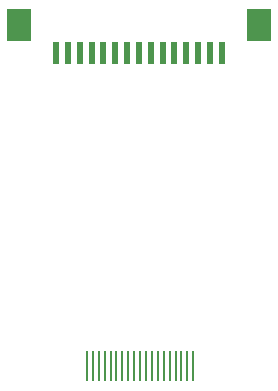
<source format=gbr>
%TF.GenerationSoftware,KiCad,Pcbnew,8.0.5*%
%TF.CreationDate,2024-12-17T10:43:13+01:00*%
%TF.ProjectId,ffc2hdmi,66666332-6864-46d6-992e-6b696361645f,rev?*%
%TF.SameCoordinates,Original*%
%TF.FileFunction,Paste,Top*%
%TF.FilePolarity,Positive*%
%FSLAX46Y46*%
G04 Gerber Fmt 4.6, Leading zero omitted, Abs format (unit mm)*
G04 Created by KiCad (PCBNEW 8.0.5) date 2024-12-17 10:43:13*
%MOMM*%
%LPD*%
G01*
G04 APERTURE LIST*
%ADD10R,0.600000X1.900000*%
%ADD11R,2.100000X2.799999*%
%ADD12R,0.280000X2.600000*%
G04 APERTURE END LIST*
D10*
%TO.C,X1*%
X155499972Y-87274999D03*
X154499971Y-87274999D03*
X153499971Y-87274999D03*
X152499973Y-87274999D03*
X151499972Y-87274999D03*
X150499972Y-87274999D03*
X149499971Y-87274999D03*
X148499971Y-87274999D03*
X147499973Y-87274999D03*
X146499972Y-87274999D03*
X145499972Y-87274999D03*
X144499971Y-87274999D03*
X143499971Y-87274999D03*
X142499973Y-87274999D03*
X141499972Y-87274999D03*
D11*
X158649972Y-84924999D03*
X138350000Y-84924999D03*
%TD*%
D12*
%TO.C,HDMI*%
X144100000Y-113800000D03*
X144600000Y-113800000D03*
X145100000Y-113800000D03*
X145600000Y-113800000D03*
X146100000Y-113800000D03*
X146600000Y-113800000D03*
X147100000Y-113800000D03*
X147600000Y-113800000D03*
X148100000Y-113800000D03*
X148600000Y-113800000D03*
X149100000Y-113800000D03*
X149600000Y-113800000D03*
X150100000Y-113800000D03*
X150600000Y-113800000D03*
X151100000Y-113800000D03*
X151600000Y-113800000D03*
X152100000Y-113800000D03*
X152600000Y-113800000D03*
X153100000Y-113800000D03*
%TD*%
M02*

</source>
